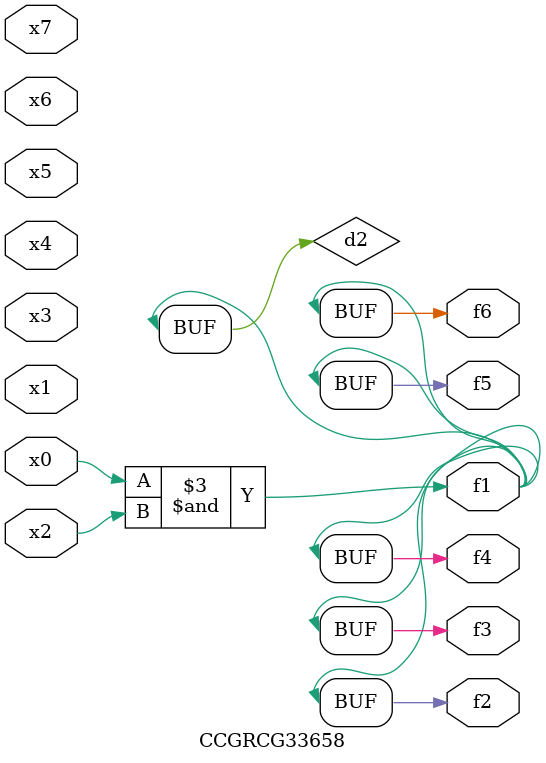
<source format=v>
module CCGRCG33658(
	input x0, x1, x2, x3, x4, x5, x6, x7,
	output f1, f2, f3, f4, f5, f6
);

	wire d1, d2;

	nor (d1, x3, x6);
	and (d2, x0, x2);
	assign f1 = d2;
	assign f2 = d2;
	assign f3 = d2;
	assign f4 = d2;
	assign f5 = d2;
	assign f6 = d2;
endmodule

</source>
